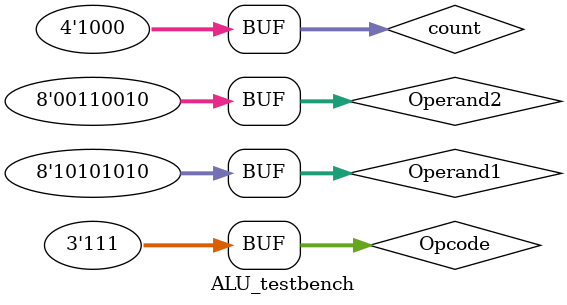
<source format=v>
/*
Author : THUSHARA K.A.R.
E no   : E/16/369

compilation and simulation ...

iverilog -o out.vvp ALU_testbench.v
vvp out.vvp
gtkwave wavedata.vcd

*/

`include "alu.v" // import the alu module
module ALU_testbench;

    // Inputs
    reg [2:0] Opcode;
    reg [7:0] Operand1;
    reg [7:0] Operand2;

    // Outputs
    wire [7:0] Result;

    // Temporary variable for count
    reg [3:0] count = 4'd0;

    // Instantiate the Unit called myALU
    alu myALU (
        .DATA1(Operand1), 
        .DATA2(Operand2), 
        .RESULT(Result),
        .SELECT(Opcode)
    );

    initial begin
        // print the variables in command line
        $monitor($time, "  input1: %b , input2, %b, sel: %b --> result: %b",
                Operand1, Operand2, Opcode, Result);
        // generate files needed to plot the waveform in gtkwave
        $dumpfile("wavedata.vcd");
        $dumpvars(0, ALU_testbench);
    end

    initial begin

        // Initialize Inputs
        Opcode   = 3'b0;
        Operand1 = 8'b0;
        Operand2 = 8'b0;

        // Wait 20 ns for global reset to finish
        #20;    

        // check with the following operands 
        Operand1 = 8'h55;
        Operand2 = 8'h22;  

        for (count = 0; count < 8; count = count + 4'b1) 
            begin // go throught each opcode
                Opcode = count;
                #20;
            end

        // Wait 20 ns 
        #20;

        // repeat with another inputs to operands
        Operand1 = 8'hAA;
        Operand2 = 8'h32;  

        for (count = 0; count < 8; count = count + 4'b1) 
            begin
                Opcode = count;
                #20;
            end
    end     

endmodule


</source>
